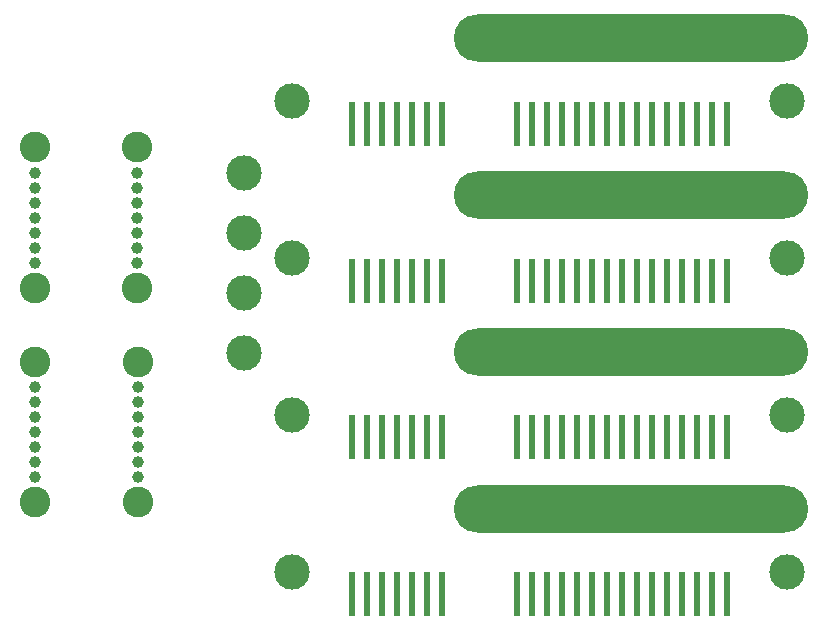
<source format=gbr>
%TF.GenerationSoftware,KiCad,Pcbnew,5.1.9+dfsg1-1~bpo10+1*%
%TF.CreationDate,2021-10-15T10:51:03+08:00*%
%TF.ProjectId,NAS,4e41532e-6b69-4636-9164-5f7063625858,rev?*%
%TF.SameCoordinates,Original*%
%TF.FileFunction,Soldermask,Top*%
%TF.FilePolarity,Negative*%
%FSLAX46Y46*%
G04 Gerber Fmt 4.6, Leading zero omitted, Abs format (unit mm)*
G04 Created by KiCad (PCBNEW 5.1.9+dfsg1-1~bpo10+1) date 2021-10-15 10:51:03*
%MOMM*%
%LPD*%
G01*
G04 APERTURE LIST*
%ADD10O,30.000000X4.000000*%
%ADD11C,3.000000*%
%ADD12R,0.600000X3.850000*%
%ADD13C,2.600000*%
%ADD14C,1.000000*%
G04 APERTURE END LIST*
D10*
%TO.C,SATA-OUT2*%
X119761000Y-73475900D03*
D11*
X132949000Y-78809900D03*
X91079000Y-78809900D03*
D12*
X97409000Y-80694900D03*
X98679000Y-80694900D03*
X99949000Y-80694900D03*
X101219000Y-80694900D03*
X103759000Y-80694900D03*
X102489000Y-80694900D03*
X96139000Y-80694900D03*
X127889000Y-80694900D03*
X126619000Y-80694900D03*
X125349000Y-80694900D03*
X124079000Y-80694900D03*
X122809000Y-80694900D03*
X121539000Y-80694900D03*
X120269000Y-80694900D03*
X118999000Y-80694900D03*
X117729000Y-80694900D03*
X116459000Y-80694900D03*
X115189000Y-80694900D03*
X113919000Y-80694900D03*
X112649000Y-80694900D03*
X111379000Y-80694900D03*
X110109000Y-80694900D03*
%TD*%
D10*
%TO.C,SATA-OUT4*%
X119761000Y-86753700D03*
D11*
X132949000Y-92087700D03*
X91079000Y-92087700D03*
D12*
X97409000Y-93972700D03*
X98679000Y-93972700D03*
X99949000Y-93972700D03*
X101219000Y-93972700D03*
X103759000Y-93972700D03*
X102489000Y-93972700D03*
X96139000Y-93972700D03*
X127889000Y-93972700D03*
X126619000Y-93972700D03*
X125349000Y-93972700D03*
X124079000Y-93972700D03*
X122809000Y-93972700D03*
X121539000Y-93972700D03*
X120269000Y-93972700D03*
X118999000Y-93972700D03*
X117729000Y-93972700D03*
X116459000Y-93972700D03*
X115189000Y-93972700D03*
X113919000Y-93972700D03*
X112649000Y-93972700D03*
X111379000Y-93972700D03*
X110109000Y-93972700D03*
%TD*%
D13*
%TO.C,SATA-IN3*%
X69316600Y-87572800D03*
X69316600Y-99472800D03*
D14*
X69316600Y-97332800D03*
X69316600Y-96062800D03*
X69316600Y-94792800D03*
X69316600Y-93522800D03*
X69316600Y-92252800D03*
X69316600Y-90982800D03*
X69316600Y-89712800D03*
%TD*%
D13*
%TO.C,SATA-IN2*%
X77978000Y-69411800D03*
X77978000Y-81311800D03*
D14*
X77978000Y-79171800D03*
X77978000Y-77901800D03*
X77978000Y-76631800D03*
X77978000Y-75361800D03*
X77978000Y-74091800D03*
X77978000Y-72821800D03*
X77978000Y-71551800D03*
%TD*%
D10*
%TO.C,SATA-OUT1*%
X119761000Y-60198000D03*
D11*
X132949000Y-65532000D03*
X91079000Y-65532000D03*
D12*
X97409000Y-67417000D03*
X98679000Y-67417000D03*
X99949000Y-67417000D03*
X101219000Y-67417000D03*
X103759000Y-67417000D03*
X102489000Y-67417000D03*
X96139000Y-67417000D03*
X127889000Y-67417000D03*
X126619000Y-67417000D03*
X125349000Y-67417000D03*
X124079000Y-67417000D03*
X122809000Y-67417000D03*
X121539000Y-67417000D03*
X120269000Y-67417000D03*
X118999000Y-67417000D03*
X117729000Y-67417000D03*
X116459000Y-67417000D03*
X115189000Y-67417000D03*
X113919000Y-67417000D03*
X112649000Y-67417000D03*
X111379000Y-67417000D03*
X110109000Y-67417000D03*
%TD*%
D13*
%TO.C,SATA-IN1*%
X69316600Y-69411800D03*
X69316600Y-81311800D03*
D14*
X69316600Y-79171800D03*
X69316600Y-77901800D03*
X69316600Y-76631800D03*
X69316600Y-75361800D03*
X69316600Y-74091800D03*
X69316600Y-72821800D03*
X69316600Y-71551800D03*
%TD*%
D10*
%TO.C,SATA-OUT3*%
X119761000Y-100032000D03*
D11*
X132949000Y-105366000D03*
X91079000Y-105366000D03*
D12*
X97409000Y-107251000D03*
X98679000Y-107251000D03*
X99949000Y-107251000D03*
X101219000Y-107251000D03*
X103759000Y-107251000D03*
X102489000Y-107251000D03*
X96139000Y-107251000D03*
X127889000Y-107251000D03*
X126619000Y-107251000D03*
X125349000Y-107251000D03*
X124079000Y-107251000D03*
X122809000Y-107251000D03*
X121539000Y-107251000D03*
X120269000Y-107251000D03*
X118999000Y-107251000D03*
X117729000Y-107251000D03*
X116459000Y-107251000D03*
X115189000Y-107251000D03*
X113919000Y-107251000D03*
X112649000Y-107251000D03*
X111379000Y-107251000D03*
X110109000Y-107251000D03*
%TD*%
D11*
%TO.C,POWER1*%
X86995000Y-71628000D03*
X86995000Y-76708000D03*
X86995000Y-81788000D03*
X86995000Y-86868000D03*
%TD*%
D13*
%TO.C,SATA-IN4*%
X78003400Y-87572800D03*
X78003400Y-99472800D03*
D14*
X78003400Y-97332800D03*
X78003400Y-96062800D03*
X78003400Y-94792800D03*
X78003400Y-93522800D03*
X78003400Y-92252800D03*
X78003400Y-90982800D03*
X78003400Y-89712800D03*
%TD*%
M02*

</source>
